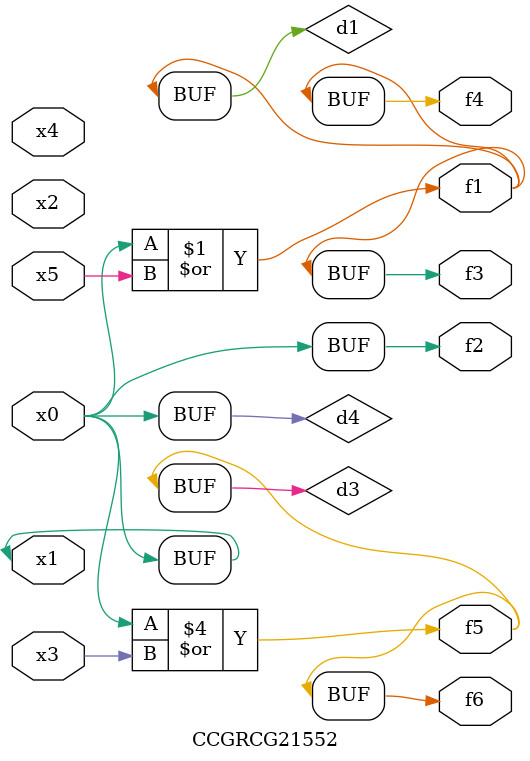
<source format=v>
module CCGRCG21552(
	input x0, x1, x2, x3, x4, x5,
	output f1, f2, f3, f4, f5, f6
);

	wire d1, d2, d3, d4;

	or (d1, x0, x5);
	xnor (d2, x1, x4);
	or (d3, x0, x3);
	buf (d4, x0, x1);
	assign f1 = d1;
	assign f2 = d4;
	assign f3 = d1;
	assign f4 = d1;
	assign f5 = d3;
	assign f6 = d3;
endmodule

</source>
